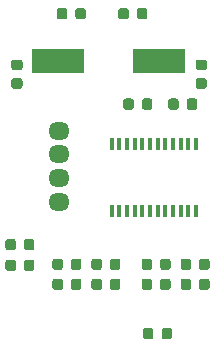
<source format=gtp>
G04 #@! TF.GenerationSoftware,KiCad,Pcbnew,(5.1.2)-1*
G04 #@! TF.CreationDate,2023-02-04T08:31:17+09:00*
G04 #@! TF.ProjectId,IR,49522e6b-6963-4616-945f-706362585858,v1.2*
G04 #@! TF.SameCoordinates,Original*
G04 #@! TF.FileFunction,Paste,Top*
G04 #@! TF.FilePolarity,Positive*
%FSLAX46Y46*%
G04 Gerber Fmt 4.6, Leading zero omitted, Abs format (unit mm)*
G04 Created by KiCad (PCBNEW (5.1.2)-1) date 2023-02-04 08:31:17*
%MOMM*%
%LPD*%
G04 APERTURE LIST*
%ADD10O,1.800000X1.524000*%
%ADD11C,0.050000*%
%ADD12C,0.875000*%
%ADD13R,4.500000X2.000000*%
%ADD14R,0.400000X1.100000*%
G04 APERTURE END LIST*
D10*
X185200000Y-114000000D03*
X185200000Y-112000000D03*
X185200000Y-110000000D03*
X185200000Y-108000000D03*
D11*
G36*
X192865691Y-105276053D02*
G01*
X192886926Y-105279203D01*
X192907750Y-105284419D01*
X192927962Y-105291651D01*
X192947368Y-105300830D01*
X192965781Y-105311866D01*
X192983024Y-105324654D01*
X192998930Y-105339070D01*
X193013346Y-105354976D01*
X193026134Y-105372219D01*
X193037170Y-105390632D01*
X193046349Y-105410038D01*
X193053581Y-105430250D01*
X193058797Y-105451074D01*
X193061947Y-105472309D01*
X193063000Y-105493750D01*
X193063000Y-106006250D01*
X193061947Y-106027691D01*
X193058797Y-106048926D01*
X193053581Y-106069750D01*
X193046349Y-106089962D01*
X193037170Y-106109368D01*
X193026134Y-106127781D01*
X193013346Y-106145024D01*
X192998930Y-106160930D01*
X192983024Y-106175346D01*
X192965781Y-106188134D01*
X192947368Y-106199170D01*
X192927962Y-106208349D01*
X192907750Y-106215581D01*
X192886926Y-106220797D01*
X192865691Y-106223947D01*
X192844250Y-106225000D01*
X192406750Y-106225000D01*
X192385309Y-106223947D01*
X192364074Y-106220797D01*
X192343250Y-106215581D01*
X192323038Y-106208349D01*
X192303632Y-106199170D01*
X192285219Y-106188134D01*
X192267976Y-106175346D01*
X192252070Y-106160930D01*
X192237654Y-106145024D01*
X192224866Y-106127781D01*
X192213830Y-106109368D01*
X192204651Y-106089962D01*
X192197419Y-106069750D01*
X192192203Y-106048926D01*
X192189053Y-106027691D01*
X192188000Y-106006250D01*
X192188000Y-105493750D01*
X192189053Y-105472309D01*
X192192203Y-105451074D01*
X192197419Y-105430250D01*
X192204651Y-105410038D01*
X192213830Y-105390632D01*
X192224866Y-105372219D01*
X192237654Y-105354976D01*
X192252070Y-105339070D01*
X192267976Y-105324654D01*
X192285219Y-105311866D01*
X192303632Y-105300830D01*
X192323038Y-105291651D01*
X192343250Y-105284419D01*
X192364074Y-105279203D01*
X192385309Y-105276053D01*
X192406750Y-105275000D01*
X192844250Y-105275000D01*
X192865691Y-105276053D01*
X192865691Y-105276053D01*
G37*
D12*
X192625500Y-105750000D03*
D11*
G36*
X191290691Y-105276053D02*
G01*
X191311926Y-105279203D01*
X191332750Y-105284419D01*
X191352962Y-105291651D01*
X191372368Y-105300830D01*
X191390781Y-105311866D01*
X191408024Y-105324654D01*
X191423930Y-105339070D01*
X191438346Y-105354976D01*
X191451134Y-105372219D01*
X191462170Y-105390632D01*
X191471349Y-105410038D01*
X191478581Y-105430250D01*
X191483797Y-105451074D01*
X191486947Y-105472309D01*
X191488000Y-105493750D01*
X191488000Y-106006250D01*
X191486947Y-106027691D01*
X191483797Y-106048926D01*
X191478581Y-106069750D01*
X191471349Y-106089962D01*
X191462170Y-106109368D01*
X191451134Y-106127781D01*
X191438346Y-106145024D01*
X191423930Y-106160930D01*
X191408024Y-106175346D01*
X191390781Y-106188134D01*
X191372368Y-106199170D01*
X191352962Y-106208349D01*
X191332750Y-106215581D01*
X191311926Y-106220797D01*
X191290691Y-106223947D01*
X191269250Y-106225000D01*
X190831750Y-106225000D01*
X190810309Y-106223947D01*
X190789074Y-106220797D01*
X190768250Y-106215581D01*
X190748038Y-106208349D01*
X190728632Y-106199170D01*
X190710219Y-106188134D01*
X190692976Y-106175346D01*
X190677070Y-106160930D01*
X190662654Y-106145024D01*
X190649866Y-106127781D01*
X190638830Y-106109368D01*
X190629651Y-106089962D01*
X190622419Y-106069750D01*
X190617203Y-106048926D01*
X190614053Y-106027691D01*
X190613000Y-106006250D01*
X190613000Y-105493750D01*
X190614053Y-105472309D01*
X190617203Y-105451074D01*
X190622419Y-105430250D01*
X190629651Y-105410038D01*
X190638830Y-105390632D01*
X190649866Y-105372219D01*
X190662654Y-105354976D01*
X190677070Y-105339070D01*
X190692976Y-105324654D01*
X190710219Y-105311866D01*
X190728632Y-105300830D01*
X190748038Y-105291651D01*
X190768250Y-105284419D01*
X190789074Y-105279203D01*
X190810309Y-105276053D01*
X190831750Y-105275000D01*
X191269250Y-105275000D01*
X191290691Y-105276053D01*
X191290691Y-105276053D01*
G37*
D12*
X191050500Y-105750000D03*
D11*
G36*
X197477691Y-101988053D02*
G01*
X197498926Y-101991203D01*
X197519750Y-101996419D01*
X197539962Y-102003651D01*
X197559368Y-102012830D01*
X197577781Y-102023866D01*
X197595024Y-102036654D01*
X197610930Y-102051070D01*
X197625346Y-102066976D01*
X197638134Y-102084219D01*
X197649170Y-102102632D01*
X197658349Y-102122038D01*
X197665581Y-102142250D01*
X197670797Y-102163074D01*
X197673947Y-102184309D01*
X197675000Y-102205750D01*
X197675000Y-102643250D01*
X197673947Y-102664691D01*
X197670797Y-102685926D01*
X197665581Y-102706750D01*
X197658349Y-102726962D01*
X197649170Y-102746368D01*
X197638134Y-102764781D01*
X197625346Y-102782024D01*
X197610930Y-102797930D01*
X197595024Y-102812346D01*
X197577781Y-102825134D01*
X197559368Y-102836170D01*
X197539962Y-102845349D01*
X197519750Y-102852581D01*
X197498926Y-102857797D01*
X197477691Y-102860947D01*
X197456250Y-102862000D01*
X196943750Y-102862000D01*
X196922309Y-102860947D01*
X196901074Y-102857797D01*
X196880250Y-102852581D01*
X196860038Y-102845349D01*
X196840632Y-102836170D01*
X196822219Y-102825134D01*
X196804976Y-102812346D01*
X196789070Y-102797930D01*
X196774654Y-102782024D01*
X196761866Y-102764781D01*
X196750830Y-102746368D01*
X196741651Y-102726962D01*
X196734419Y-102706750D01*
X196729203Y-102685926D01*
X196726053Y-102664691D01*
X196725000Y-102643250D01*
X196725000Y-102205750D01*
X196726053Y-102184309D01*
X196729203Y-102163074D01*
X196734419Y-102142250D01*
X196741651Y-102122038D01*
X196750830Y-102102632D01*
X196761866Y-102084219D01*
X196774654Y-102066976D01*
X196789070Y-102051070D01*
X196804976Y-102036654D01*
X196822219Y-102023866D01*
X196840632Y-102012830D01*
X196860038Y-102003651D01*
X196880250Y-101996419D01*
X196901074Y-101991203D01*
X196922309Y-101988053D01*
X196943750Y-101987000D01*
X197456250Y-101987000D01*
X197477691Y-101988053D01*
X197477691Y-101988053D01*
G37*
D12*
X197200000Y-102424500D03*
D11*
G36*
X197477691Y-103563053D02*
G01*
X197498926Y-103566203D01*
X197519750Y-103571419D01*
X197539962Y-103578651D01*
X197559368Y-103587830D01*
X197577781Y-103598866D01*
X197595024Y-103611654D01*
X197610930Y-103626070D01*
X197625346Y-103641976D01*
X197638134Y-103659219D01*
X197649170Y-103677632D01*
X197658349Y-103697038D01*
X197665581Y-103717250D01*
X197670797Y-103738074D01*
X197673947Y-103759309D01*
X197675000Y-103780750D01*
X197675000Y-104218250D01*
X197673947Y-104239691D01*
X197670797Y-104260926D01*
X197665581Y-104281750D01*
X197658349Y-104301962D01*
X197649170Y-104321368D01*
X197638134Y-104339781D01*
X197625346Y-104357024D01*
X197610930Y-104372930D01*
X197595024Y-104387346D01*
X197577781Y-104400134D01*
X197559368Y-104411170D01*
X197539962Y-104420349D01*
X197519750Y-104427581D01*
X197498926Y-104432797D01*
X197477691Y-104435947D01*
X197456250Y-104437000D01*
X196943750Y-104437000D01*
X196922309Y-104435947D01*
X196901074Y-104432797D01*
X196880250Y-104427581D01*
X196860038Y-104420349D01*
X196840632Y-104411170D01*
X196822219Y-104400134D01*
X196804976Y-104387346D01*
X196789070Y-104372930D01*
X196774654Y-104357024D01*
X196761866Y-104339781D01*
X196750830Y-104321368D01*
X196741651Y-104301962D01*
X196734419Y-104281750D01*
X196729203Y-104260926D01*
X196726053Y-104239691D01*
X196725000Y-104218250D01*
X196725000Y-103780750D01*
X196726053Y-103759309D01*
X196729203Y-103738074D01*
X196734419Y-103717250D01*
X196741651Y-103697038D01*
X196750830Y-103677632D01*
X196761866Y-103659219D01*
X196774654Y-103641976D01*
X196789070Y-103626070D01*
X196804976Y-103611654D01*
X196822219Y-103598866D01*
X196840632Y-103587830D01*
X196860038Y-103578651D01*
X196880250Y-103571419D01*
X196901074Y-103566203D01*
X196922309Y-103563053D01*
X196943750Y-103562000D01*
X197456250Y-103562000D01*
X197477691Y-103563053D01*
X197477691Y-103563053D01*
G37*
D12*
X197200000Y-103999500D03*
D11*
G36*
X181877691Y-103563053D02*
G01*
X181898926Y-103566203D01*
X181919750Y-103571419D01*
X181939962Y-103578651D01*
X181959368Y-103587830D01*
X181977781Y-103598866D01*
X181995024Y-103611654D01*
X182010930Y-103626070D01*
X182025346Y-103641976D01*
X182038134Y-103659219D01*
X182049170Y-103677632D01*
X182058349Y-103697038D01*
X182065581Y-103717250D01*
X182070797Y-103738074D01*
X182073947Y-103759309D01*
X182075000Y-103780750D01*
X182075000Y-104218250D01*
X182073947Y-104239691D01*
X182070797Y-104260926D01*
X182065581Y-104281750D01*
X182058349Y-104301962D01*
X182049170Y-104321368D01*
X182038134Y-104339781D01*
X182025346Y-104357024D01*
X182010930Y-104372930D01*
X181995024Y-104387346D01*
X181977781Y-104400134D01*
X181959368Y-104411170D01*
X181939962Y-104420349D01*
X181919750Y-104427581D01*
X181898926Y-104432797D01*
X181877691Y-104435947D01*
X181856250Y-104437000D01*
X181343750Y-104437000D01*
X181322309Y-104435947D01*
X181301074Y-104432797D01*
X181280250Y-104427581D01*
X181260038Y-104420349D01*
X181240632Y-104411170D01*
X181222219Y-104400134D01*
X181204976Y-104387346D01*
X181189070Y-104372930D01*
X181174654Y-104357024D01*
X181161866Y-104339781D01*
X181150830Y-104321368D01*
X181141651Y-104301962D01*
X181134419Y-104281750D01*
X181129203Y-104260926D01*
X181126053Y-104239691D01*
X181125000Y-104218250D01*
X181125000Y-103780750D01*
X181126053Y-103759309D01*
X181129203Y-103738074D01*
X181134419Y-103717250D01*
X181141651Y-103697038D01*
X181150830Y-103677632D01*
X181161866Y-103659219D01*
X181174654Y-103641976D01*
X181189070Y-103626070D01*
X181204976Y-103611654D01*
X181222219Y-103598866D01*
X181240632Y-103587830D01*
X181260038Y-103578651D01*
X181280250Y-103571419D01*
X181301074Y-103566203D01*
X181322309Y-103563053D01*
X181343750Y-103562000D01*
X181856250Y-103562000D01*
X181877691Y-103563053D01*
X181877691Y-103563053D01*
G37*
D12*
X181600000Y-103999500D03*
D11*
G36*
X181877691Y-101988053D02*
G01*
X181898926Y-101991203D01*
X181919750Y-101996419D01*
X181939962Y-102003651D01*
X181959368Y-102012830D01*
X181977781Y-102023866D01*
X181995024Y-102036654D01*
X182010930Y-102051070D01*
X182025346Y-102066976D01*
X182038134Y-102084219D01*
X182049170Y-102102632D01*
X182058349Y-102122038D01*
X182065581Y-102142250D01*
X182070797Y-102163074D01*
X182073947Y-102184309D01*
X182075000Y-102205750D01*
X182075000Y-102643250D01*
X182073947Y-102664691D01*
X182070797Y-102685926D01*
X182065581Y-102706750D01*
X182058349Y-102726962D01*
X182049170Y-102746368D01*
X182038134Y-102764781D01*
X182025346Y-102782024D01*
X182010930Y-102797930D01*
X181995024Y-102812346D01*
X181977781Y-102825134D01*
X181959368Y-102836170D01*
X181939962Y-102845349D01*
X181919750Y-102852581D01*
X181898926Y-102857797D01*
X181877691Y-102860947D01*
X181856250Y-102862000D01*
X181343750Y-102862000D01*
X181322309Y-102860947D01*
X181301074Y-102857797D01*
X181280250Y-102852581D01*
X181260038Y-102845349D01*
X181240632Y-102836170D01*
X181222219Y-102825134D01*
X181204976Y-102812346D01*
X181189070Y-102797930D01*
X181174654Y-102782024D01*
X181161866Y-102764781D01*
X181150830Y-102746368D01*
X181141651Y-102726962D01*
X181134419Y-102706750D01*
X181129203Y-102685926D01*
X181126053Y-102664691D01*
X181125000Y-102643250D01*
X181125000Y-102205750D01*
X181126053Y-102184309D01*
X181129203Y-102163074D01*
X181134419Y-102142250D01*
X181141651Y-102122038D01*
X181150830Y-102102632D01*
X181161866Y-102084219D01*
X181174654Y-102066976D01*
X181189070Y-102051070D01*
X181204976Y-102036654D01*
X181222219Y-102023866D01*
X181240632Y-102012830D01*
X181260038Y-102003651D01*
X181280250Y-101996419D01*
X181301074Y-101991203D01*
X181322309Y-101988053D01*
X181343750Y-101987000D01*
X181856250Y-101987000D01*
X181877691Y-101988053D01*
X181877691Y-101988053D01*
G37*
D12*
X181600000Y-102424500D03*
D11*
G36*
X187227691Y-97626053D02*
G01*
X187248926Y-97629203D01*
X187269750Y-97634419D01*
X187289962Y-97641651D01*
X187309368Y-97650830D01*
X187327781Y-97661866D01*
X187345024Y-97674654D01*
X187360930Y-97689070D01*
X187375346Y-97704976D01*
X187388134Y-97722219D01*
X187399170Y-97740632D01*
X187408349Y-97760038D01*
X187415581Y-97780250D01*
X187420797Y-97801074D01*
X187423947Y-97822309D01*
X187425000Y-97843750D01*
X187425000Y-98356250D01*
X187423947Y-98377691D01*
X187420797Y-98398926D01*
X187415581Y-98419750D01*
X187408349Y-98439962D01*
X187399170Y-98459368D01*
X187388134Y-98477781D01*
X187375346Y-98495024D01*
X187360930Y-98510930D01*
X187345024Y-98525346D01*
X187327781Y-98538134D01*
X187309368Y-98549170D01*
X187289962Y-98558349D01*
X187269750Y-98565581D01*
X187248926Y-98570797D01*
X187227691Y-98573947D01*
X187206250Y-98575000D01*
X186768750Y-98575000D01*
X186747309Y-98573947D01*
X186726074Y-98570797D01*
X186705250Y-98565581D01*
X186685038Y-98558349D01*
X186665632Y-98549170D01*
X186647219Y-98538134D01*
X186629976Y-98525346D01*
X186614070Y-98510930D01*
X186599654Y-98495024D01*
X186586866Y-98477781D01*
X186575830Y-98459368D01*
X186566651Y-98439962D01*
X186559419Y-98419750D01*
X186554203Y-98398926D01*
X186551053Y-98377691D01*
X186550000Y-98356250D01*
X186550000Y-97843750D01*
X186551053Y-97822309D01*
X186554203Y-97801074D01*
X186559419Y-97780250D01*
X186566651Y-97760038D01*
X186575830Y-97740632D01*
X186586866Y-97722219D01*
X186599654Y-97704976D01*
X186614070Y-97689070D01*
X186629976Y-97674654D01*
X186647219Y-97661866D01*
X186665632Y-97650830D01*
X186685038Y-97641651D01*
X186705250Y-97634419D01*
X186726074Y-97629203D01*
X186747309Y-97626053D01*
X186768750Y-97625000D01*
X187206250Y-97625000D01*
X187227691Y-97626053D01*
X187227691Y-97626053D01*
G37*
D12*
X186987500Y-98100000D03*
D11*
G36*
X185652691Y-97626053D02*
G01*
X185673926Y-97629203D01*
X185694750Y-97634419D01*
X185714962Y-97641651D01*
X185734368Y-97650830D01*
X185752781Y-97661866D01*
X185770024Y-97674654D01*
X185785930Y-97689070D01*
X185800346Y-97704976D01*
X185813134Y-97722219D01*
X185824170Y-97740632D01*
X185833349Y-97760038D01*
X185840581Y-97780250D01*
X185845797Y-97801074D01*
X185848947Y-97822309D01*
X185850000Y-97843750D01*
X185850000Y-98356250D01*
X185848947Y-98377691D01*
X185845797Y-98398926D01*
X185840581Y-98419750D01*
X185833349Y-98439962D01*
X185824170Y-98459368D01*
X185813134Y-98477781D01*
X185800346Y-98495024D01*
X185785930Y-98510930D01*
X185770024Y-98525346D01*
X185752781Y-98538134D01*
X185734368Y-98549170D01*
X185714962Y-98558349D01*
X185694750Y-98565581D01*
X185673926Y-98570797D01*
X185652691Y-98573947D01*
X185631250Y-98575000D01*
X185193750Y-98575000D01*
X185172309Y-98573947D01*
X185151074Y-98570797D01*
X185130250Y-98565581D01*
X185110038Y-98558349D01*
X185090632Y-98549170D01*
X185072219Y-98538134D01*
X185054976Y-98525346D01*
X185039070Y-98510930D01*
X185024654Y-98495024D01*
X185011866Y-98477781D01*
X185000830Y-98459368D01*
X184991651Y-98439962D01*
X184984419Y-98419750D01*
X184979203Y-98398926D01*
X184976053Y-98377691D01*
X184975000Y-98356250D01*
X184975000Y-97843750D01*
X184976053Y-97822309D01*
X184979203Y-97801074D01*
X184984419Y-97780250D01*
X184991651Y-97760038D01*
X185000830Y-97740632D01*
X185011866Y-97722219D01*
X185024654Y-97704976D01*
X185039070Y-97689070D01*
X185054976Y-97674654D01*
X185072219Y-97661866D01*
X185090632Y-97650830D01*
X185110038Y-97641651D01*
X185130250Y-97634419D01*
X185151074Y-97629203D01*
X185172309Y-97626053D01*
X185193750Y-97625000D01*
X185631250Y-97625000D01*
X185652691Y-97626053D01*
X185652691Y-97626053D01*
G37*
D12*
X185412500Y-98100000D03*
D11*
G36*
X188582691Y-120536053D02*
G01*
X188603926Y-120539203D01*
X188624750Y-120544419D01*
X188644962Y-120551651D01*
X188664368Y-120560830D01*
X188682781Y-120571866D01*
X188700024Y-120584654D01*
X188715930Y-120599070D01*
X188730346Y-120614976D01*
X188743134Y-120632219D01*
X188754170Y-120650632D01*
X188763349Y-120670038D01*
X188770581Y-120690250D01*
X188775797Y-120711074D01*
X188778947Y-120732309D01*
X188780000Y-120753750D01*
X188780000Y-121266250D01*
X188778947Y-121287691D01*
X188775797Y-121308926D01*
X188770581Y-121329750D01*
X188763349Y-121349962D01*
X188754170Y-121369368D01*
X188743134Y-121387781D01*
X188730346Y-121405024D01*
X188715930Y-121420930D01*
X188700024Y-121435346D01*
X188682781Y-121448134D01*
X188664368Y-121459170D01*
X188644962Y-121468349D01*
X188624750Y-121475581D01*
X188603926Y-121480797D01*
X188582691Y-121483947D01*
X188561250Y-121485000D01*
X188123750Y-121485000D01*
X188102309Y-121483947D01*
X188081074Y-121480797D01*
X188060250Y-121475581D01*
X188040038Y-121468349D01*
X188020632Y-121459170D01*
X188002219Y-121448134D01*
X187984976Y-121435346D01*
X187969070Y-121420930D01*
X187954654Y-121405024D01*
X187941866Y-121387781D01*
X187930830Y-121369368D01*
X187921651Y-121349962D01*
X187914419Y-121329750D01*
X187909203Y-121308926D01*
X187906053Y-121287691D01*
X187905000Y-121266250D01*
X187905000Y-120753750D01*
X187906053Y-120732309D01*
X187909203Y-120711074D01*
X187914419Y-120690250D01*
X187921651Y-120670038D01*
X187930830Y-120650632D01*
X187941866Y-120632219D01*
X187954654Y-120614976D01*
X187969070Y-120599070D01*
X187984976Y-120584654D01*
X188002219Y-120571866D01*
X188020632Y-120560830D01*
X188040038Y-120551651D01*
X188060250Y-120544419D01*
X188081074Y-120539203D01*
X188102309Y-120536053D01*
X188123750Y-120535000D01*
X188561250Y-120535000D01*
X188582691Y-120536053D01*
X188582691Y-120536053D01*
G37*
D12*
X188342500Y-121010000D03*
D11*
G36*
X190157691Y-120536053D02*
G01*
X190178926Y-120539203D01*
X190199750Y-120544419D01*
X190219962Y-120551651D01*
X190239368Y-120560830D01*
X190257781Y-120571866D01*
X190275024Y-120584654D01*
X190290930Y-120599070D01*
X190305346Y-120614976D01*
X190318134Y-120632219D01*
X190329170Y-120650632D01*
X190338349Y-120670038D01*
X190345581Y-120690250D01*
X190350797Y-120711074D01*
X190353947Y-120732309D01*
X190355000Y-120753750D01*
X190355000Y-121266250D01*
X190353947Y-121287691D01*
X190350797Y-121308926D01*
X190345581Y-121329750D01*
X190338349Y-121349962D01*
X190329170Y-121369368D01*
X190318134Y-121387781D01*
X190305346Y-121405024D01*
X190290930Y-121420930D01*
X190275024Y-121435346D01*
X190257781Y-121448134D01*
X190239368Y-121459170D01*
X190219962Y-121468349D01*
X190199750Y-121475581D01*
X190178926Y-121480797D01*
X190157691Y-121483947D01*
X190136250Y-121485000D01*
X189698750Y-121485000D01*
X189677309Y-121483947D01*
X189656074Y-121480797D01*
X189635250Y-121475581D01*
X189615038Y-121468349D01*
X189595632Y-121459170D01*
X189577219Y-121448134D01*
X189559976Y-121435346D01*
X189544070Y-121420930D01*
X189529654Y-121405024D01*
X189516866Y-121387781D01*
X189505830Y-121369368D01*
X189496651Y-121349962D01*
X189489419Y-121329750D01*
X189484203Y-121308926D01*
X189481053Y-121287691D01*
X189480000Y-121266250D01*
X189480000Y-120753750D01*
X189481053Y-120732309D01*
X189484203Y-120711074D01*
X189489419Y-120690250D01*
X189496651Y-120670038D01*
X189505830Y-120650632D01*
X189516866Y-120632219D01*
X189529654Y-120614976D01*
X189544070Y-120599070D01*
X189559976Y-120584654D01*
X189577219Y-120571866D01*
X189595632Y-120560830D01*
X189615038Y-120551651D01*
X189635250Y-120544419D01*
X189656074Y-120539203D01*
X189677309Y-120536053D01*
X189698750Y-120535000D01*
X190136250Y-120535000D01*
X190157691Y-120536053D01*
X190157691Y-120536053D01*
G37*
D12*
X189917500Y-121010000D03*
D11*
G36*
X186857691Y-120536053D02*
G01*
X186878926Y-120539203D01*
X186899750Y-120544419D01*
X186919962Y-120551651D01*
X186939368Y-120560830D01*
X186957781Y-120571866D01*
X186975024Y-120584654D01*
X186990930Y-120599070D01*
X187005346Y-120614976D01*
X187018134Y-120632219D01*
X187029170Y-120650632D01*
X187038349Y-120670038D01*
X187045581Y-120690250D01*
X187050797Y-120711074D01*
X187053947Y-120732309D01*
X187055000Y-120753750D01*
X187055000Y-121266250D01*
X187053947Y-121287691D01*
X187050797Y-121308926D01*
X187045581Y-121329750D01*
X187038349Y-121349962D01*
X187029170Y-121369368D01*
X187018134Y-121387781D01*
X187005346Y-121405024D01*
X186990930Y-121420930D01*
X186975024Y-121435346D01*
X186957781Y-121448134D01*
X186939368Y-121459170D01*
X186919962Y-121468349D01*
X186899750Y-121475581D01*
X186878926Y-121480797D01*
X186857691Y-121483947D01*
X186836250Y-121485000D01*
X186398750Y-121485000D01*
X186377309Y-121483947D01*
X186356074Y-121480797D01*
X186335250Y-121475581D01*
X186315038Y-121468349D01*
X186295632Y-121459170D01*
X186277219Y-121448134D01*
X186259976Y-121435346D01*
X186244070Y-121420930D01*
X186229654Y-121405024D01*
X186216866Y-121387781D01*
X186205830Y-121369368D01*
X186196651Y-121349962D01*
X186189419Y-121329750D01*
X186184203Y-121308926D01*
X186181053Y-121287691D01*
X186180000Y-121266250D01*
X186180000Y-120753750D01*
X186181053Y-120732309D01*
X186184203Y-120711074D01*
X186189419Y-120690250D01*
X186196651Y-120670038D01*
X186205830Y-120650632D01*
X186216866Y-120632219D01*
X186229654Y-120614976D01*
X186244070Y-120599070D01*
X186259976Y-120584654D01*
X186277219Y-120571866D01*
X186295632Y-120560830D01*
X186315038Y-120551651D01*
X186335250Y-120544419D01*
X186356074Y-120539203D01*
X186377309Y-120536053D01*
X186398750Y-120535000D01*
X186836250Y-120535000D01*
X186857691Y-120536053D01*
X186857691Y-120536053D01*
G37*
D12*
X186617500Y-121010000D03*
D11*
G36*
X185282691Y-120536053D02*
G01*
X185303926Y-120539203D01*
X185324750Y-120544419D01*
X185344962Y-120551651D01*
X185364368Y-120560830D01*
X185382781Y-120571866D01*
X185400024Y-120584654D01*
X185415930Y-120599070D01*
X185430346Y-120614976D01*
X185443134Y-120632219D01*
X185454170Y-120650632D01*
X185463349Y-120670038D01*
X185470581Y-120690250D01*
X185475797Y-120711074D01*
X185478947Y-120732309D01*
X185480000Y-120753750D01*
X185480000Y-121266250D01*
X185478947Y-121287691D01*
X185475797Y-121308926D01*
X185470581Y-121329750D01*
X185463349Y-121349962D01*
X185454170Y-121369368D01*
X185443134Y-121387781D01*
X185430346Y-121405024D01*
X185415930Y-121420930D01*
X185400024Y-121435346D01*
X185382781Y-121448134D01*
X185364368Y-121459170D01*
X185344962Y-121468349D01*
X185324750Y-121475581D01*
X185303926Y-121480797D01*
X185282691Y-121483947D01*
X185261250Y-121485000D01*
X184823750Y-121485000D01*
X184802309Y-121483947D01*
X184781074Y-121480797D01*
X184760250Y-121475581D01*
X184740038Y-121468349D01*
X184720632Y-121459170D01*
X184702219Y-121448134D01*
X184684976Y-121435346D01*
X184669070Y-121420930D01*
X184654654Y-121405024D01*
X184641866Y-121387781D01*
X184630830Y-121369368D01*
X184621651Y-121349962D01*
X184614419Y-121329750D01*
X184609203Y-121308926D01*
X184606053Y-121287691D01*
X184605000Y-121266250D01*
X184605000Y-120753750D01*
X184606053Y-120732309D01*
X184609203Y-120711074D01*
X184614419Y-120690250D01*
X184621651Y-120670038D01*
X184630830Y-120650632D01*
X184641866Y-120632219D01*
X184654654Y-120614976D01*
X184669070Y-120599070D01*
X184684976Y-120584654D01*
X184702219Y-120571866D01*
X184720632Y-120560830D01*
X184740038Y-120551651D01*
X184760250Y-120544419D01*
X184781074Y-120539203D01*
X184802309Y-120536053D01*
X184823750Y-120535000D01*
X185261250Y-120535000D01*
X185282691Y-120536053D01*
X185282691Y-120536053D01*
G37*
D12*
X185042500Y-121010000D03*
D11*
G36*
X197707691Y-118836053D02*
G01*
X197728926Y-118839203D01*
X197749750Y-118844419D01*
X197769962Y-118851651D01*
X197789368Y-118860830D01*
X197807781Y-118871866D01*
X197825024Y-118884654D01*
X197840930Y-118899070D01*
X197855346Y-118914976D01*
X197868134Y-118932219D01*
X197879170Y-118950632D01*
X197888349Y-118970038D01*
X197895581Y-118990250D01*
X197900797Y-119011074D01*
X197903947Y-119032309D01*
X197905000Y-119053750D01*
X197905000Y-119566250D01*
X197903947Y-119587691D01*
X197900797Y-119608926D01*
X197895581Y-119629750D01*
X197888349Y-119649962D01*
X197879170Y-119669368D01*
X197868134Y-119687781D01*
X197855346Y-119705024D01*
X197840930Y-119720930D01*
X197825024Y-119735346D01*
X197807781Y-119748134D01*
X197789368Y-119759170D01*
X197769962Y-119768349D01*
X197749750Y-119775581D01*
X197728926Y-119780797D01*
X197707691Y-119783947D01*
X197686250Y-119785000D01*
X197248750Y-119785000D01*
X197227309Y-119783947D01*
X197206074Y-119780797D01*
X197185250Y-119775581D01*
X197165038Y-119768349D01*
X197145632Y-119759170D01*
X197127219Y-119748134D01*
X197109976Y-119735346D01*
X197094070Y-119720930D01*
X197079654Y-119705024D01*
X197066866Y-119687781D01*
X197055830Y-119669368D01*
X197046651Y-119649962D01*
X197039419Y-119629750D01*
X197034203Y-119608926D01*
X197031053Y-119587691D01*
X197030000Y-119566250D01*
X197030000Y-119053750D01*
X197031053Y-119032309D01*
X197034203Y-119011074D01*
X197039419Y-118990250D01*
X197046651Y-118970038D01*
X197055830Y-118950632D01*
X197066866Y-118932219D01*
X197079654Y-118914976D01*
X197094070Y-118899070D01*
X197109976Y-118884654D01*
X197127219Y-118871866D01*
X197145632Y-118860830D01*
X197165038Y-118851651D01*
X197185250Y-118844419D01*
X197206074Y-118839203D01*
X197227309Y-118836053D01*
X197248750Y-118835000D01*
X197686250Y-118835000D01*
X197707691Y-118836053D01*
X197707691Y-118836053D01*
G37*
D12*
X197467500Y-119310000D03*
D11*
G36*
X196132691Y-118836053D02*
G01*
X196153926Y-118839203D01*
X196174750Y-118844419D01*
X196194962Y-118851651D01*
X196214368Y-118860830D01*
X196232781Y-118871866D01*
X196250024Y-118884654D01*
X196265930Y-118899070D01*
X196280346Y-118914976D01*
X196293134Y-118932219D01*
X196304170Y-118950632D01*
X196313349Y-118970038D01*
X196320581Y-118990250D01*
X196325797Y-119011074D01*
X196328947Y-119032309D01*
X196330000Y-119053750D01*
X196330000Y-119566250D01*
X196328947Y-119587691D01*
X196325797Y-119608926D01*
X196320581Y-119629750D01*
X196313349Y-119649962D01*
X196304170Y-119669368D01*
X196293134Y-119687781D01*
X196280346Y-119705024D01*
X196265930Y-119720930D01*
X196250024Y-119735346D01*
X196232781Y-119748134D01*
X196214368Y-119759170D01*
X196194962Y-119768349D01*
X196174750Y-119775581D01*
X196153926Y-119780797D01*
X196132691Y-119783947D01*
X196111250Y-119785000D01*
X195673750Y-119785000D01*
X195652309Y-119783947D01*
X195631074Y-119780797D01*
X195610250Y-119775581D01*
X195590038Y-119768349D01*
X195570632Y-119759170D01*
X195552219Y-119748134D01*
X195534976Y-119735346D01*
X195519070Y-119720930D01*
X195504654Y-119705024D01*
X195491866Y-119687781D01*
X195480830Y-119669368D01*
X195471651Y-119649962D01*
X195464419Y-119629750D01*
X195459203Y-119608926D01*
X195456053Y-119587691D01*
X195455000Y-119566250D01*
X195455000Y-119053750D01*
X195456053Y-119032309D01*
X195459203Y-119011074D01*
X195464419Y-118990250D01*
X195471651Y-118970038D01*
X195480830Y-118950632D01*
X195491866Y-118932219D01*
X195504654Y-118914976D01*
X195519070Y-118899070D01*
X195534976Y-118884654D01*
X195552219Y-118871866D01*
X195570632Y-118860830D01*
X195590038Y-118851651D01*
X195610250Y-118844419D01*
X195631074Y-118839203D01*
X195652309Y-118836053D01*
X195673750Y-118835000D01*
X196111250Y-118835000D01*
X196132691Y-118836053D01*
X196132691Y-118836053D01*
G37*
D12*
X195892500Y-119310000D03*
D11*
G36*
X192832691Y-118836053D02*
G01*
X192853926Y-118839203D01*
X192874750Y-118844419D01*
X192894962Y-118851651D01*
X192914368Y-118860830D01*
X192932781Y-118871866D01*
X192950024Y-118884654D01*
X192965930Y-118899070D01*
X192980346Y-118914976D01*
X192993134Y-118932219D01*
X193004170Y-118950632D01*
X193013349Y-118970038D01*
X193020581Y-118990250D01*
X193025797Y-119011074D01*
X193028947Y-119032309D01*
X193030000Y-119053750D01*
X193030000Y-119566250D01*
X193028947Y-119587691D01*
X193025797Y-119608926D01*
X193020581Y-119629750D01*
X193013349Y-119649962D01*
X193004170Y-119669368D01*
X192993134Y-119687781D01*
X192980346Y-119705024D01*
X192965930Y-119720930D01*
X192950024Y-119735346D01*
X192932781Y-119748134D01*
X192914368Y-119759170D01*
X192894962Y-119768349D01*
X192874750Y-119775581D01*
X192853926Y-119780797D01*
X192832691Y-119783947D01*
X192811250Y-119785000D01*
X192373750Y-119785000D01*
X192352309Y-119783947D01*
X192331074Y-119780797D01*
X192310250Y-119775581D01*
X192290038Y-119768349D01*
X192270632Y-119759170D01*
X192252219Y-119748134D01*
X192234976Y-119735346D01*
X192219070Y-119720930D01*
X192204654Y-119705024D01*
X192191866Y-119687781D01*
X192180830Y-119669368D01*
X192171651Y-119649962D01*
X192164419Y-119629750D01*
X192159203Y-119608926D01*
X192156053Y-119587691D01*
X192155000Y-119566250D01*
X192155000Y-119053750D01*
X192156053Y-119032309D01*
X192159203Y-119011074D01*
X192164419Y-118990250D01*
X192171651Y-118970038D01*
X192180830Y-118950632D01*
X192191866Y-118932219D01*
X192204654Y-118914976D01*
X192219070Y-118899070D01*
X192234976Y-118884654D01*
X192252219Y-118871866D01*
X192270632Y-118860830D01*
X192290038Y-118851651D01*
X192310250Y-118844419D01*
X192331074Y-118839203D01*
X192352309Y-118836053D01*
X192373750Y-118835000D01*
X192811250Y-118835000D01*
X192832691Y-118836053D01*
X192832691Y-118836053D01*
G37*
D12*
X192592500Y-119310000D03*
D11*
G36*
X194407691Y-118836053D02*
G01*
X194428926Y-118839203D01*
X194449750Y-118844419D01*
X194469962Y-118851651D01*
X194489368Y-118860830D01*
X194507781Y-118871866D01*
X194525024Y-118884654D01*
X194540930Y-118899070D01*
X194555346Y-118914976D01*
X194568134Y-118932219D01*
X194579170Y-118950632D01*
X194588349Y-118970038D01*
X194595581Y-118990250D01*
X194600797Y-119011074D01*
X194603947Y-119032309D01*
X194605000Y-119053750D01*
X194605000Y-119566250D01*
X194603947Y-119587691D01*
X194600797Y-119608926D01*
X194595581Y-119629750D01*
X194588349Y-119649962D01*
X194579170Y-119669368D01*
X194568134Y-119687781D01*
X194555346Y-119705024D01*
X194540930Y-119720930D01*
X194525024Y-119735346D01*
X194507781Y-119748134D01*
X194489368Y-119759170D01*
X194469962Y-119768349D01*
X194449750Y-119775581D01*
X194428926Y-119780797D01*
X194407691Y-119783947D01*
X194386250Y-119785000D01*
X193948750Y-119785000D01*
X193927309Y-119783947D01*
X193906074Y-119780797D01*
X193885250Y-119775581D01*
X193865038Y-119768349D01*
X193845632Y-119759170D01*
X193827219Y-119748134D01*
X193809976Y-119735346D01*
X193794070Y-119720930D01*
X193779654Y-119705024D01*
X193766866Y-119687781D01*
X193755830Y-119669368D01*
X193746651Y-119649962D01*
X193739419Y-119629750D01*
X193734203Y-119608926D01*
X193731053Y-119587691D01*
X193730000Y-119566250D01*
X193730000Y-119053750D01*
X193731053Y-119032309D01*
X193734203Y-119011074D01*
X193739419Y-118990250D01*
X193746651Y-118970038D01*
X193755830Y-118950632D01*
X193766866Y-118932219D01*
X193779654Y-118914976D01*
X193794070Y-118899070D01*
X193809976Y-118884654D01*
X193827219Y-118871866D01*
X193845632Y-118860830D01*
X193865038Y-118851651D01*
X193885250Y-118844419D01*
X193906074Y-118839203D01*
X193927309Y-118836053D01*
X193948750Y-118835000D01*
X194386250Y-118835000D01*
X194407691Y-118836053D01*
X194407691Y-118836053D01*
G37*
D12*
X194167500Y-119310000D03*
D11*
G36*
X182877691Y-117176053D02*
G01*
X182898926Y-117179203D01*
X182919750Y-117184419D01*
X182939962Y-117191651D01*
X182959368Y-117200830D01*
X182977781Y-117211866D01*
X182995024Y-117224654D01*
X183010930Y-117239070D01*
X183025346Y-117254976D01*
X183038134Y-117272219D01*
X183049170Y-117290632D01*
X183058349Y-117310038D01*
X183065581Y-117330250D01*
X183070797Y-117351074D01*
X183073947Y-117372309D01*
X183075000Y-117393750D01*
X183075000Y-117906250D01*
X183073947Y-117927691D01*
X183070797Y-117948926D01*
X183065581Y-117969750D01*
X183058349Y-117989962D01*
X183049170Y-118009368D01*
X183038134Y-118027781D01*
X183025346Y-118045024D01*
X183010930Y-118060930D01*
X182995024Y-118075346D01*
X182977781Y-118088134D01*
X182959368Y-118099170D01*
X182939962Y-118108349D01*
X182919750Y-118115581D01*
X182898926Y-118120797D01*
X182877691Y-118123947D01*
X182856250Y-118125000D01*
X182418750Y-118125000D01*
X182397309Y-118123947D01*
X182376074Y-118120797D01*
X182355250Y-118115581D01*
X182335038Y-118108349D01*
X182315632Y-118099170D01*
X182297219Y-118088134D01*
X182279976Y-118075346D01*
X182264070Y-118060930D01*
X182249654Y-118045024D01*
X182236866Y-118027781D01*
X182225830Y-118009368D01*
X182216651Y-117989962D01*
X182209419Y-117969750D01*
X182204203Y-117948926D01*
X182201053Y-117927691D01*
X182200000Y-117906250D01*
X182200000Y-117393750D01*
X182201053Y-117372309D01*
X182204203Y-117351074D01*
X182209419Y-117330250D01*
X182216651Y-117310038D01*
X182225830Y-117290632D01*
X182236866Y-117272219D01*
X182249654Y-117254976D01*
X182264070Y-117239070D01*
X182279976Y-117224654D01*
X182297219Y-117211866D01*
X182315632Y-117200830D01*
X182335038Y-117191651D01*
X182355250Y-117184419D01*
X182376074Y-117179203D01*
X182397309Y-117176053D01*
X182418750Y-117175000D01*
X182856250Y-117175000D01*
X182877691Y-117176053D01*
X182877691Y-117176053D01*
G37*
D12*
X182637500Y-117650000D03*
D11*
G36*
X181302691Y-117176053D02*
G01*
X181323926Y-117179203D01*
X181344750Y-117184419D01*
X181364962Y-117191651D01*
X181384368Y-117200830D01*
X181402781Y-117211866D01*
X181420024Y-117224654D01*
X181435930Y-117239070D01*
X181450346Y-117254976D01*
X181463134Y-117272219D01*
X181474170Y-117290632D01*
X181483349Y-117310038D01*
X181490581Y-117330250D01*
X181495797Y-117351074D01*
X181498947Y-117372309D01*
X181500000Y-117393750D01*
X181500000Y-117906250D01*
X181498947Y-117927691D01*
X181495797Y-117948926D01*
X181490581Y-117969750D01*
X181483349Y-117989962D01*
X181474170Y-118009368D01*
X181463134Y-118027781D01*
X181450346Y-118045024D01*
X181435930Y-118060930D01*
X181420024Y-118075346D01*
X181402781Y-118088134D01*
X181384368Y-118099170D01*
X181364962Y-118108349D01*
X181344750Y-118115581D01*
X181323926Y-118120797D01*
X181302691Y-118123947D01*
X181281250Y-118125000D01*
X180843750Y-118125000D01*
X180822309Y-118123947D01*
X180801074Y-118120797D01*
X180780250Y-118115581D01*
X180760038Y-118108349D01*
X180740632Y-118099170D01*
X180722219Y-118088134D01*
X180704976Y-118075346D01*
X180689070Y-118060930D01*
X180674654Y-118045024D01*
X180661866Y-118027781D01*
X180650830Y-118009368D01*
X180641651Y-117989962D01*
X180634419Y-117969750D01*
X180629203Y-117948926D01*
X180626053Y-117927691D01*
X180625000Y-117906250D01*
X180625000Y-117393750D01*
X180626053Y-117372309D01*
X180629203Y-117351074D01*
X180634419Y-117330250D01*
X180641651Y-117310038D01*
X180650830Y-117290632D01*
X180661866Y-117272219D01*
X180674654Y-117254976D01*
X180689070Y-117239070D01*
X180704976Y-117224654D01*
X180722219Y-117211866D01*
X180740632Y-117200830D01*
X180760038Y-117191651D01*
X180780250Y-117184419D01*
X180801074Y-117179203D01*
X180822309Y-117176053D01*
X180843750Y-117175000D01*
X181281250Y-117175000D01*
X181302691Y-117176053D01*
X181302691Y-117176053D01*
G37*
D12*
X181062500Y-117650000D03*
D11*
G36*
X188582691Y-118836053D02*
G01*
X188603926Y-118839203D01*
X188624750Y-118844419D01*
X188644962Y-118851651D01*
X188664368Y-118860830D01*
X188682781Y-118871866D01*
X188700024Y-118884654D01*
X188715930Y-118899070D01*
X188730346Y-118914976D01*
X188743134Y-118932219D01*
X188754170Y-118950632D01*
X188763349Y-118970038D01*
X188770581Y-118990250D01*
X188775797Y-119011074D01*
X188778947Y-119032309D01*
X188780000Y-119053750D01*
X188780000Y-119566250D01*
X188778947Y-119587691D01*
X188775797Y-119608926D01*
X188770581Y-119629750D01*
X188763349Y-119649962D01*
X188754170Y-119669368D01*
X188743134Y-119687781D01*
X188730346Y-119705024D01*
X188715930Y-119720930D01*
X188700024Y-119735346D01*
X188682781Y-119748134D01*
X188664368Y-119759170D01*
X188644962Y-119768349D01*
X188624750Y-119775581D01*
X188603926Y-119780797D01*
X188582691Y-119783947D01*
X188561250Y-119785000D01*
X188123750Y-119785000D01*
X188102309Y-119783947D01*
X188081074Y-119780797D01*
X188060250Y-119775581D01*
X188040038Y-119768349D01*
X188020632Y-119759170D01*
X188002219Y-119748134D01*
X187984976Y-119735346D01*
X187969070Y-119720930D01*
X187954654Y-119705024D01*
X187941866Y-119687781D01*
X187930830Y-119669368D01*
X187921651Y-119649962D01*
X187914419Y-119629750D01*
X187909203Y-119608926D01*
X187906053Y-119587691D01*
X187905000Y-119566250D01*
X187905000Y-119053750D01*
X187906053Y-119032309D01*
X187909203Y-119011074D01*
X187914419Y-118990250D01*
X187921651Y-118970038D01*
X187930830Y-118950632D01*
X187941866Y-118932219D01*
X187954654Y-118914976D01*
X187969070Y-118899070D01*
X187984976Y-118884654D01*
X188002219Y-118871866D01*
X188020632Y-118860830D01*
X188040038Y-118851651D01*
X188060250Y-118844419D01*
X188081074Y-118839203D01*
X188102309Y-118836053D01*
X188123750Y-118835000D01*
X188561250Y-118835000D01*
X188582691Y-118836053D01*
X188582691Y-118836053D01*
G37*
D12*
X188342500Y-119310000D03*
D11*
G36*
X190157691Y-118836053D02*
G01*
X190178926Y-118839203D01*
X190199750Y-118844419D01*
X190219962Y-118851651D01*
X190239368Y-118860830D01*
X190257781Y-118871866D01*
X190275024Y-118884654D01*
X190290930Y-118899070D01*
X190305346Y-118914976D01*
X190318134Y-118932219D01*
X190329170Y-118950632D01*
X190338349Y-118970038D01*
X190345581Y-118990250D01*
X190350797Y-119011074D01*
X190353947Y-119032309D01*
X190355000Y-119053750D01*
X190355000Y-119566250D01*
X190353947Y-119587691D01*
X190350797Y-119608926D01*
X190345581Y-119629750D01*
X190338349Y-119649962D01*
X190329170Y-119669368D01*
X190318134Y-119687781D01*
X190305346Y-119705024D01*
X190290930Y-119720930D01*
X190275024Y-119735346D01*
X190257781Y-119748134D01*
X190239368Y-119759170D01*
X190219962Y-119768349D01*
X190199750Y-119775581D01*
X190178926Y-119780797D01*
X190157691Y-119783947D01*
X190136250Y-119785000D01*
X189698750Y-119785000D01*
X189677309Y-119783947D01*
X189656074Y-119780797D01*
X189635250Y-119775581D01*
X189615038Y-119768349D01*
X189595632Y-119759170D01*
X189577219Y-119748134D01*
X189559976Y-119735346D01*
X189544070Y-119720930D01*
X189529654Y-119705024D01*
X189516866Y-119687781D01*
X189505830Y-119669368D01*
X189496651Y-119649962D01*
X189489419Y-119629750D01*
X189484203Y-119608926D01*
X189481053Y-119587691D01*
X189480000Y-119566250D01*
X189480000Y-119053750D01*
X189481053Y-119032309D01*
X189484203Y-119011074D01*
X189489419Y-118990250D01*
X189496651Y-118970038D01*
X189505830Y-118950632D01*
X189516866Y-118932219D01*
X189529654Y-118914976D01*
X189544070Y-118899070D01*
X189559976Y-118884654D01*
X189577219Y-118871866D01*
X189595632Y-118860830D01*
X189615038Y-118851651D01*
X189635250Y-118844419D01*
X189656074Y-118839203D01*
X189677309Y-118836053D01*
X189698750Y-118835000D01*
X190136250Y-118835000D01*
X190157691Y-118836053D01*
X190157691Y-118836053D01*
G37*
D12*
X189917500Y-119310000D03*
D11*
G36*
X186857691Y-118836053D02*
G01*
X186878926Y-118839203D01*
X186899750Y-118844419D01*
X186919962Y-118851651D01*
X186939368Y-118860830D01*
X186957781Y-118871866D01*
X186975024Y-118884654D01*
X186990930Y-118899070D01*
X187005346Y-118914976D01*
X187018134Y-118932219D01*
X187029170Y-118950632D01*
X187038349Y-118970038D01*
X187045581Y-118990250D01*
X187050797Y-119011074D01*
X187053947Y-119032309D01*
X187055000Y-119053750D01*
X187055000Y-119566250D01*
X187053947Y-119587691D01*
X187050797Y-119608926D01*
X187045581Y-119629750D01*
X187038349Y-119649962D01*
X187029170Y-119669368D01*
X187018134Y-119687781D01*
X187005346Y-119705024D01*
X186990930Y-119720930D01*
X186975024Y-119735346D01*
X186957781Y-119748134D01*
X186939368Y-119759170D01*
X186919962Y-119768349D01*
X186899750Y-119775581D01*
X186878926Y-119780797D01*
X186857691Y-119783947D01*
X186836250Y-119785000D01*
X186398750Y-119785000D01*
X186377309Y-119783947D01*
X186356074Y-119780797D01*
X186335250Y-119775581D01*
X186315038Y-119768349D01*
X186295632Y-119759170D01*
X186277219Y-119748134D01*
X186259976Y-119735346D01*
X186244070Y-119720930D01*
X186229654Y-119705024D01*
X186216866Y-119687781D01*
X186205830Y-119669368D01*
X186196651Y-119649962D01*
X186189419Y-119629750D01*
X186184203Y-119608926D01*
X186181053Y-119587691D01*
X186180000Y-119566250D01*
X186180000Y-119053750D01*
X186181053Y-119032309D01*
X186184203Y-119011074D01*
X186189419Y-118990250D01*
X186196651Y-118970038D01*
X186205830Y-118950632D01*
X186216866Y-118932219D01*
X186229654Y-118914976D01*
X186244070Y-118899070D01*
X186259976Y-118884654D01*
X186277219Y-118871866D01*
X186295632Y-118860830D01*
X186315038Y-118851651D01*
X186335250Y-118844419D01*
X186356074Y-118839203D01*
X186377309Y-118836053D01*
X186398750Y-118835000D01*
X186836250Y-118835000D01*
X186857691Y-118836053D01*
X186857691Y-118836053D01*
G37*
D12*
X186617500Y-119310000D03*
D11*
G36*
X185282691Y-118836053D02*
G01*
X185303926Y-118839203D01*
X185324750Y-118844419D01*
X185344962Y-118851651D01*
X185364368Y-118860830D01*
X185382781Y-118871866D01*
X185400024Y-118884654D01*
X185415930Y-118899070D01*
X185430346Y-118914976D01*
X185443134Y-118932219D01*
X185454170Y-118950632D01*
X185463349Y-118970038D01*
X185470581Y-118990250D01*
X185475797Y-119011074D01*
X185478947Y-119032309D01*
X185480000Y-119053750D01*
X185480000Y-119566250D01*
X185478947Y-119587691D01*
X185475797Y-119608926D01*
X185470581Y-119629750D01*
X185463349Y-119649962D01*
X185454170Y-119669368D01*
X185443134Y-119687781D01*
X185430346Y-119705024D01*
X185415930Y-119720930D01*
X185400024Y-119735346D01*
X185382781Y-119748134D01*
X185364368Y-119759170D01*
X185344962Y-119768349D01*
X185324750Y-119775581D01*
X185303926Y-119780797D01*
X185282691Y-119783947D01*
X185261250Y-119785000D01*
X184823750Y-119785000D01*
X184802309Y-119783947D01*
X184781074Y-119780797D01*
X184760250Y-119775581D01*
X184740038Y-119768349D01*
X184720632Y-119759170D01*
X184702219Y-119748134D01*
X184684976Y-119735346D01*
X184669070Y-119720930D01*
X184654654Y-119705024D01*
X184641866Y-119687781D01*
X184630830Y-119669368D01*
X184621651Y-119649962D01*
X184614419Y-119629750D01*
X184609203Y-119608926D01*
X184606053Y-119587691D01*
X184605000Y-119566250D01*
X184605000Y-119053750D01*
X184606053Y-119032309D01*
X184609203Y-119011074D01*
X184614419Y-118990250D01*
X184621651Y-118970038D01*
X184630830Y-118950632D01*
X184641866Y-118932219D01*
X184654654Y-118914976D01*
X184669070Y-118899070D01*
X184684976Y-118884654D01*
X184702219Y-118871866D01*
X184720632Y-118860830D01*
X184740038Y-118851651D01*
X184760250Y-118844419D01*
X184781074Y-118839203D01*
X184802309Y-118836053D01*
X184823750Y-118835000D01*
X185261250Y-118835000D01*
X185282691Y-118836053D01*
X185282691Y-118836053D01*
G37*
D12*
X185042500Y-119310000D03*
D11*
G36*
X181302691Y-118926053D02*
G01*
X181323926Y-118929203D01*
X181344750Y-118934419D01*
X181364962Y-118941651D01*
X181384368Y-118950830D01*
X181402781Y-118961866D01*
X181420024Y-118974654D01*
X181435930Y-118989070D01*
X181450346Y-119004976D01*
X181463134Y-119022219D01*
X181474170Y-119040632D01*
X181483349Y-119060038D01*
X181490581Y-119080250D01*
X181495797Y-119101074D01*
X181498947Y-119122309D01*
X181500000Y-119143750D01*
X181500000Y-119656250D01*
X181498947Y-119677691D01*
X181495797Y-119698926D01*
X181490581Y-119719750D01*
X181483349Y-119739962D01*
X181474170Y-119759368D01*
X181463134Y-119777781D01*
X181450346Y-119795024D01*
X181435930Y-119810930D01*
X181420024Y-119825346D01*
X181402781Y-119838134D01*
X181384368Y-119849170D01*
X181364962Y-119858349D01*
X181344750Y-119865581D01*
X181323926Y-119870797D01*
X181302691Y-119873947D01*
X181281250Y-119875000D01*
X180843750Y-119875000D01*
X180822309Y-119873947D01*
X180801074Y-119870797D01*
X180780250Y-119865581D01*
X180760038Y-119858349D01*
X180740632Y-119849170D01*
X180722219Y-119838134D01*
X180704976Y-119825346D01*
X180689070Y-119810930D01*
X180674654Y-119795024D01*
X180661866Y-119777781D01*
X180650830Y-119759368D01*
X180641651Y-119739962D01*
X180634419Y-119719750D01*
X180629203Y-119698926D01*
X180626053Y-119677691D01*
X180625000Y-119656250D01*
X180625000Y-119143750D01*
X180626053Y-119122309D01*
X180629203Y-119101074D01*
X180634419Y-119080250D01*
X180641651Y-119060038D01*
X180650830Y-119040632D01*
X180661866Y-119022219D01*
X180674654Y-119004976D01*
X180689070Y-118989070D01*
X180704976Y-118974654D01*
X180722219Y-118961866D01*
X180740632Y-118950830D01*
X180760038Y-118941651D01*
X180780250Y-118934419D01*
X180801074Y-118929203D01*
X180822309Y-118926053D01*
X180843750Y-118925000D01*
X181281250Y-118925000D01*
X181302691Y-118926053D01*
X181302691Y-118926053D01*
G37*
D12*
X181062500Y-119400000D03*
D11*
G36*
X182877691Y-118926053D02*
G01*
X182898926Y-118929203D01*
X182919750Y-118934419D01*
X182939962Y-118941651D01*
X182959368Y-118950830D01*
X182977781Y-118961866D01*
X182995024Y-118974654D01*
X183010930Y-118989070D01*
X183025346Y-119004976D01*
X183038134Y-119022219D01*
X183049170Y-119040632D01*
X183058349Y-119060038D01*
X183065581Y-119080250D01*
X183070797Y-119101074D01*
X183073947Y-119122309D01*
X183075000Y-119143750D01*
X183075000Y-119656250D01*
X183073947Y-119677691D01*
X183070797Y-119698926D01*
X183065581Y-119719750D01*
X183058349Y-119739962D01*
X183049170Y-119759368D01*
X183038134Y-119777781D01*
X183025346Y-119795024D01*
X183010930Y-119810930D01*
X182995024Y-119825346D01*
X182977781Y-119838134D01*
X182959368Y-119849170D01*
X182939962Y-119858349D01*
X182919750Y-119865581D01*
X182898926Y-119870797D01*
X182877691Y-119873947D01*
X182856250Y-119875000D01*
X182418750Y-119875000D01*
X182397309Y-119873947D01*
X182376074Y-119870797D01*
X182355250Y-119865581D01*
X182335038Y-119858349D01*
X182315632Y-119849170D01*
X182297219Y-119838134D01*
X182279976Y-119825346D01*
X182264070Y-119810930D01*
X182249654Y-119795024D01*
X182236866Y-119777781D01*
X182225830Y-119759368D01*
X182216651Y-119739962D01*
X182209419Y-119719750D01*
X182204203Y-119698926D01*
X182201053Y-119677691D01*
X182200000Y-119656250D01*
X182200000Y-119143750D01*
X182201053Y-119122309D01*
X182204203Y-119101074D01*
X182209419Y-119080250D01*
X182216651Y-119060038D01*
X182225830Y-119040632D01*
X182236866Y-119022219D01*
X182249654Y-119004976D01*
X182264070Y-118989070D01*
X182279976Y-118974654D01*
X182297219Y-118961866D01*
X182315632Y-118950830D01*
X182335038Y-118941651D01*
X182355250Y-118934419D01*
X182376074Y-118929203D01*
X182397309Y-118926053D01*
X182418750Y-118925000D01*
X182856250Y-118925000D01*
X182877691Y-118926053D01*
X182877691Y-118926053D01*
G37*
D12*
X182637500Y-119400000D03*
D11*
G36*
X197707691Y-120536053D02*
G01*
X197728926Y-120539203D01*
X197749750Y-120544419D01*
X197769962Y-120551651D01*
X197789368Y-120560830D01*
X197807781Y-120571866D01*
X197825024Y-120584654D01*
X197840930Y-120599070D01*
X197855346Y-120614976D01*
X197868134Y-120632219D01*
X197879170Y-120650632D01*
X197888349Y-120670038D01*
X197895581Y-120690250D01*
X197900797Y-120711074D01*
X197903947Y-120732309D01*
X197905000Y-120753750D01*
X197905000Y-121266250D01*
X197903947Y-121287691D01*
X197900797Y-121308926D01*
X197895581Y-121329750D01*
X197888349Y-121349962D01*
X197879170Y-121369368D01*
X197868134Y-121387781D01*
X197855346Y-121405024D01*
X197840930Y-121420930D01*
X197825024Y-121435346D01*
X197807781Y-121448134D01*
X197789368Y-121459170D01*
X197769962Y-121468349D01*
X197749750Y-121475581D01*
X197728926Y-121480797D01*
X197707691Y-121483947D01*
X197686250Y-121485000D01*
X197248750Y-121485000D01*
X197227309Y-121483947D01*
X197206074Y-121480797D01*
X197185250Y-121475581D01*
X197165038Y-121468349D01*
X197145632Y-121459170D01*
X197127219Y-121448134D01*
X197109976Y-121435346D01*
X197094070Y-121420930D01*
X197079654Y-121405024D01*
X197066866Y-121387781D01*
X197055830Y-121369368D01*
X197046651Y-121349962D01*
X197039419Y-121329750D01*
X197034203Y-121308926D01*
X197031053Y-121287691D01*
X197030000Y-121266250D01*
X197030000Y-120753750D01*
X197031053Y-120732309D01*
X197034203Y-120711074D01*
X197039419Y-120690250D01*
X197046651Y-120670038D01*
X197055830Y-120650632D01*
X197066866Y-120632219D01*
X197079654Y-120614976D01*
X197094070Y-120599070D01*
X197109976Y-120584654D01*
X197127219Y-120571866D01*
X197145632Y-120560830D01*
X197165038Y-120551651D01*
X197185250Y-120544419D01*
X197206074Y-120539203D01*
X197227309Y-120536053D01*
X197248750Y-120535000D01*
X197686250Y-120535000D01*
X197707691Y-120536053D01*
X197707691Y-120536053D01*
G37*
D12*
X197467500Y-121010000D03*
D11*
G36*
X196132691Y-120536053D02*
G01*
X196153926Y-120539203D01*
X196174750Y-120544419D01*
X196194962Y-120551651D01*
X196214368Y-120560830D01*
X196232781Y-120571866D01*
X196250024Y-120584654D01*
X196265930Y-120599070D01*
X196280346Y-120614976D01*
X196293134Y-120632219D01*
X196304170Y-120650632D01*
X196313349Y-120670038D01*
X196320581Y-120690250D01*
X196325797Y-120711074D01*
X196328947Y-120732309D01*
X196330000Y-120753750D01*
X196330000Y-121266250D01*
X196328947Y-121287691D01*
X196325797Y-121308926D01*
X196320581Y-121329750D01*
X196313349Y-121349962D01*
X196304170Y-121369368D01*
X196293134Y-121387781D01*
X196280346Y-121405024D01*
X196265930Y-121420930D01*
X196250024Y-121435346D01*
X196232781Y-121448134D01*
X196214368Y-121459170D01*
X196194962Y-121468349D01*
X196174750Y-121475581D01*
X196153926Y-121480797D01*
X196132691Y-121483947D01*
X196111250Y-121485000D01*
X195673750Y-121485000D01*
X195652309Y-121483947D01*
X195631074Y-121480797D01*
X195610250Y-121475581D01*
X195590038Y-121468349D01*
X195570632Y-121459170D01*
X195552219Y-121448134D01*
X195534976Y-121435346D01*
X195519070Y-121420930D01*
X195504654Y-121405024D01*
X195491866Y-121387781D01*
X195480830Y-121369368D01*
X195471651Y-121349962D01*
X195464419Y-121329750D01*
X195459203Y-121308926D01*
X195456053Y-121287691D01*
X195455000Y-121266250D01*
X195455000Y-120753750D01*
X195456053Y-120732309D01*
X195459203Y-120711074D01*
X195464419Y-120690250D01*
X195471651Y-120670038D01*
X195480830Y-120650632D01*
X195491866Y-120632219D01*
X195504654Y-120614976D01*
X195519070Y-120599070D01*
X195534976Y-120584654D01*
X195552219Y-120571866D01*
X195570632Y-120560830D01*
X195590038Y-120551651D01*
X195610250Y-120544419D01*
X195631074Y-120539203D01*
X195652309Y-120536053D01*
X195673750Y-120535000D01*
X196111250Y-120535000D01*
X196132691Y-120536053D01*
X196132691Y-120536053D01*
G37*
D12*
X195892500Y-121010000D03*
D11*
G36*
X192832691Y-120536053D02*
G01*
X192853926Y-120539203D01*
X192874750Y-120544419D01*
X192894962Y-120551651D01*
X192914368Y-120560830D01*
X192932781Y-120571866D01*
X192950024Y-120584654D01*
X192965930Y-120599070D01*
X192980346Y-120614976D01*
X192993134Y-120632219D01*
X193004170Y-120650632D01*
X193013349Y-120670038D01*
X193020581Y-120690250D01*
X193025797Y-120711074D01*
X193028947Y-120732309D01*
X193030000Y-120753750D01*
X193030000Y-121266250D01*
X193028947Y-121287691D01*
X193025797Y-121308926D01*
X193020581Y-121329750D01*
X193013349Y-121349962D01*
X193004170Y-121369368D01*
X192993134Y-121387781D01*
X192980346Y-121405024D01*
X192965930Y-121420930D01*
X192950024Y-121435346D01*
X192932781Y-121448134D01*
X192914368Y-121459170D01*
X192894962Y-121468349D01*
X192874750Y-121475581D01*
X192853926Y-121480797D01*
X192832691Y-121483947D01*
X192811250Y-121485000D01*
X192373750Y-121485000D01*
X192352309Y-121483947D01*
X192331074Y-121480797D01*
X192310250Y-121475581D01*
X192290038Y-121468349D01*
X192270632Y-121459170D01*
X192252219Y-121448134D01*
X192234976Y-121435346D01*
X192219070Y-121420930D01*
X192204654Y-121405024D01*
X192191866Y-121387781D01*
X192180830Y-121369368D01*
X192171651Y-121349962D01*
X192164419Y-121329750D01*
X192159203Y-121308926D01*
X192156053Y-121287691D01*
X192155000Y-121266250D01*
X192155000Y-120753750D01*
X192156053Y-120732309D01*
X192159203Y-120711074D01*
X192164419Y-120690250D01*
X192171651Y-120670038D01*
X192180830Y-120650632D01*
X192191866Y-120632219D01*
X192204654Y-120614976D01*
X192219070Y-120599070D01*
X192234976Y-120584654D01*
X192252219Y-120571866D01*
X192270632Y-120560830D01*
X192290038Y-120551651D01*
X192310250Y-120544419D01*
X192331074Y-120539203D01*
X192352309Y-120536053D01*
X192373750Y-120535000D01*
X192811250Y-120535000D01*
X192832691Y-120536053D01*
X192832691Y-120536053D01*
G37*
D12*
X192592500Y-121010000D03*
D11*
G36*
X194407691Y-120536053D02*
G01*
X194428926Y-120539203D01*
X194449750Y-120544419D01*
X194469962Y-120551651D01*
X194489368Y-120560830D01*
X194507781Y-120571866D01*
X194525024Y-120584654D01*
X194540930Y-120599070D01*
X194555346Y-120614976D01*
X194568134Y-120632219D01*
X194579170Y-120650632D01*
X194588349Y-120670038D01*
X194595581Y-120690250D01*
X194600797Y-120711074D01*
X194603947Y-120732309D01*
X194605000Y-120753750D01*
X194605000Y-121266250D01*
X194603947Y-121287691D01*
X194600797Y-121308926D01*
X194595581Y-121329750D01*
X194588349Y-121349962D01*
X194579170Y-121369368D01*
X194568134Y-121387781D01*
X194555346Y-121405024D01*
X194540930Y-121420930D01*
X194525024Y-121435346D01*
X194507781Y-121448134D01*
X194489368Y-121459170D01*
X194469962Y-121468349D01*
X194449750Y-121475581D01*
X194428926Y-121480797D01*
X194407691Y-121483947D01*
X194386250Y-121485000D01*
X193948750Y-121485000D01*
X193927309Y-121483947D01*
X193906074Y-121480797D01*
X193885250Y-121475581D01*
X193865038Y-121468349D01*
X193845632Y-121459170D01*
X193827219Y-121448134D01*
X193809976Y-121435346D01*
X193794070Y-121420930D01*
X193779654Y-121405024D01*
X193766866Y-121387781D01*
X193755830Y-121369368D01*
X193746651Y-121349962D01*
X193739419Y-121329750D01*
X193734203Y-121308926D01*
X193731053Y-121287691D01*
X193730000Y-121266250D01*
X193730000Y-120753750D01*
X193731053Y-120732309D01*
X193734203Y-120711074D01*
X193739419Y-120690250D01*
X193746651Y-120670038D01*
X193755830Y-120650632D01*
X193766866Y-120632219D01*
X193779654Y-120614976D01*
X193794070Y-120599070D01*
X193809976Y-120584654D01*
X193827219Y-120571866D01*
X193845632Y-120560830D01*
X193865038Y-120551651D01*
X193885250Y-120544419D01*
X193906074Y-120539203D01*
X193927309Y-120536053D01*
X193948750Y-120535000D01*
X194386250Y-120535000D01*
X194407691Y-120536053D01*
X194407691Y-120536053D01*
G37*
D12*
X194167500Y-121010000D03*
D11*
G36*
X192952691Y-124726053D02*
G01*
X192973926Y-124729203D01*
X192994750Y-124734419D01*
X193014962Y-124741651D01*
X193034368Y-124750830D01*
X193052781Y-124761866D01*
X193070024Y-124774654D01*
X193085930Y-124789070D01*
X193100346Y-124804976D01*
X193113134Y-124822219D01*
X193124170Y-124840632D01*
X193133349Y-124860038D01*
X193140581Y-124880250D01*
X193145797Y-124901074D01*
X193148947Y-124922309D01*
X193150000Y-124943750D01*
X193150000Y-125456250D01*
X193148947Y-125477691D01*
X193145797Y-125498926D01*
X193140581Y-125519750D01*
X193133349Y-125539962D01*
X193124170Y-125559368D01*
X193113134Y-125577781D01*
X193100346Y-125595024D01*
X193085930Y-125610930D01*
X193070024Y-125625346D01*
X193052781Y-125638134D01*
X193034368Y-125649170D01*
X193014962Y-125658349D01*
X192994750Y-125665581D01*
X192973926Y-125670797D01*
X192952691Y-125673947D01*
X192931250Y-125675000D01*
X192493750Y-125675000D01*
X192472309Y-125673947D01*
X192451074Y-125670797D01*
X192430250Y-125665581D01*
X192410038Y-125658349D01*
X192390632Y-125649170D01*
X192372219Y-125638134D01*
X192354976Y-125625346D01*
X192339070Y-125610930D01*
X192324654Y-125595024D01*
X192311866Y-125577781D01*
X192300830Y-125559368D01*
X192291651Y-125539962D01*
X192284419Y-125519750D01*
X192279203Y-125498926D01*
X192276053Y-125477691D01*
X192275000Y-125456250D01*
X192275000Y-124943750D01*
X192276053Y-124922309D01*
X192279203Y-124901074D01*
X192284419Y-124880250D01*
X192291651Y-124860038D01*
X192300830Y-124840632D01*
X192311866Y-124822219D01*
X192324654Y-124804976D01*
X192339070Y-124789070D01*
X192354976Y-124774654D01*
X192372219Y-124761866D01*
X192390632Y-124750830D01*
X192410038Y-124741651D01*
X192430250Y-124734419D01*
X192451074Y-124729203D01*
X192472309Y-124726053D01*
X192493750Y-124725000D01*
X192931250Y-124725000D01*
X192952691Y-124726053D01*
X192952691Y-124726053D01*
G37*
D12*
X192712500Y-125200000D03*
D11*
G36*
X194527691Y-124726053D02*
G01*
X194548926Y-124729203D01*
X194569750Y-124734419D01*
X194589962Y-124741651D01*
X194609368Y-124750830D01*
X194627781Y-124761866D01*
X194645024Y-124774654D01*
X194660930Y-124789070D01*
X194675346Y-124804976D01*
X194688134Y-124822219D01*
X194699170Y-124840632D01*
X194708349Y-124860038D01*
X194715581Y-124880250D01*
X194720797Y-124901074D01*
X194723947Y-124922309D01*
X194725000Y-124943750D01*
X194725000Y-125456250D01*
X194723947Y-125477691D01*
X194720797Y-125498926D01*
X194715581Y-125519750D01*
X194708349Y-125539962D01*
X194699170Y-125559368D01*
X194688134Y-125577781D01*
X194675346Y-125595024D01*
X194660930Y-125610930D01*
X194645024Y-125625346D01*
X194627781Y-125638134D01*
X194609368Y-125649170D01*
X194589962Y-125658349D01*
X194569750Y-125665581D01*
X194548926Y-125670797D01*
X194527691Y-125673947D01*
X194506250Y-125675000D01*
X194068750Y-125675000D01*
X194047309Y-125673947D01*
X194026074Y-125670797D01*
X194005250Y-125665581D01*
X193985038Y-125658349D01*
X193965632Y-125649170D01*
X193947219Y-125638134D01*
X193929976Y-125625346D01*
X193914070Y-125610930D01*
X193899654Y-125595024D01*
X193886866Y-125577781D01*
X193875830Y-125559368D01*
X193866651Y-125539962D01*
X193859419Y-125519750D01*
X193854203Y-125498926D01*
X193851053Y-125477691D01*
X193850000Y-125456250D01*
X193850000Y-124943750D01*
X193851053Y-124922309D01*
X193854203Y-124901074D01*
X193859419Y-124880250D01*
X193866651Y-124860038D01*
X193875830Y-124840632D01*
X193886866Y-124822219D01*
X193899654Y-124804976D01*
X193914070Y-124789070D01*
X193929976Y-124774654D01*
X193947219Y-124761866D01*
X193965632Y-124750830D01*
X193985038Y-124741651D01*
X194005250Y-124734419D01*
X194026074Y-124729203D01*
X194047309Y-124726053D01*
X194068750Y-124725000D01*
X194506250Y-124725000D01*
X194527691Y-124726053D01*
X194527691Y-124726053D01*
G37*
D12*
X194287500Y-125200000D03*
D11*
G36*
X195090691Y-105276053D02*
G01*
X195111926Y-105279203D01*
X195132750Y-105284419D01*
X195152962Y-105291651D01*
X195172368Y-105300830D01*
X195190781Y-105311866D01*
X195208024Y-105324654D01*
X195223930Y-105339070D01*
X195238346Y-105354976D01*
X195251134Y-105372219D01*
X195262170Y-105390632D01*
X195271349Y-105410038D01*
X195278581Y-105430250D01*
X195283797Y-105451074D01*
X195286947Y-105472309D01*
X195288000Y-105493750D01*
X195288000Y-106006250D01*
X195286947Y-106027691D01*
X195283797Y-106048926D01*
X195278581Y-106069750D01*
X195271349Y-106089962D01*
X195262170Y-106109368D01*
X195251134Y-106127781D01*
X195238346Y-106145024D01*
X195223930Y-106160930D01*
X195208024Y-106175346D01*
X195190781Y-106188134D01*
X195172368Y-106199170D01*
X195152962Y-106208349D01*
X195132750Y-106215581D01*
X195111926Y-106220797D01*
X195090691Y-106223947D01*
X195069250Y-106225000D01*
X194631750Y-106225000D01*
X194610309Y-106223947D01*
X194589074Y-106220797D01*
X194568250Y-106215581D01*
X194548038Y-106208349D01*
X194528632Y-106199170D01*
X194510219Y-106188134D01*
X194492976Y-106175346D01*
X194477070Y-106160930D01*
X194462654Y-106145024D01*
X194449866Y-106127781D01*
X194438830Y-106109368D01*
X194429651Y-106089962D01*
X194422419Y-106069750D01*
X194417203Y-106048926D01*
X194414053Y-106027691D01*
X194413000Y-106006250D01*
X194413000Y-105493750D01*
X194414053Y-105472309D01*
X194417203Y-105451074D01*
X194422419Y-105430250D01*
X194429651Y-105410038D01*
X194438830Y-105390632D01*
X194449866Y-105372219D01*
X194462654Y-105354976D01*
X194477070Y-105339070D01*
X194492976Y-105324654D01*
X194510219Y-105311866D01*
X194528632Y-105300830D01*
X194548038Y-105291651D01*
X194568250Y-105284419D01*
X194589074Y-105279203D01*
X194610309Y-105276053D01*
X194631750Y-105275000D01*
X195069250Y-105275000D01*
X195090691Y-105276053D01*
X195090691Y-105276053D01*
G37*
D12*
X194850500Y-105750000D03*
D11*
G36*
X196665691Y-105276053D02*
G01*
X196686926Y-105279203D01*
X196707750Y-105284419D01*
X196727962Y-105291651D01*
X196747368Y-105300830D01*
X196765781Y-105311866D01*
X196783024Y-105324654D01*
X196798930Y-105339070D01*
X196813346Y-105354976D01*
X196826134Y-105372219D01*
X196837170Y-105390632D01*
X196846349Y-105410038D01*
X196853581Y-105430250D01*
X196858797Y-105451074D01*
X196861947Y-105472309D01*
X196863000Y-105493750D01*
X196863000Y-106006250D01*
X196861947Y-106027691D01*
X196858797Y-106048926D01*
X196853581Y-106069750D01*
X196846349Y-106089962D01*
X196837170Y-106109368D01*
X196826134Y-106127781D01*
X196813346Y-106145024D01*
X196798930Y-106160930D01*
X196783024Y-106175346D01*
X196765781Y-106188134D01*
X196747368Y-106199170D01*
X196727962Y-106208349D01*
X196707750Y-106215581D01*
X196686926Y-106220797D01*
X196665691Y-106223947D01*
X196644250Y-106225000D01*
X196206750Y-106225000D01*
X196185309Y-106223947D01*
X196164074Y-106220797D01*
X196143250Y-106215581D01*
X196123038Y-106208349D01*
X196103632Y-106199170D01*
X196085219Y-106188134D01*
X196067976Y-106175346D01*
X196052070Y-106160930D01*
X196037654Y-106145024D01*
X196024866Y-106127781D01*
X196013830Y-106109368D01*
X196004651Y-106089962D01*
X195997419Y-106069750D01*
X195992203Y-106048926D01*
X195989053Y-106027691D01*
X195988000Y-106006250D01*
X195988000Y-105493750D01*
X195989053Y-105472309D01*
X195992203Y-105451074D01*
X195997419Y-105430250D01*
X196004651Y-105410038D01*
X196013830Y-105390632D01*
X196024866Y-105372219D01*
X196037654Y-105354976D01*
X196052070Y-105339070D01*
X196067976Y-105324654D01*
X196085219Y-105311866D01*
X196103632Y-105300830D01*
X196123038Y-105291651D01*
X196143250Y-105284419D01*
X196164074Y-105279203D01*
X196185309Y-105276053D01*
X196206750Y-105275000D01*
X196644250Y-105275000D01*
X196665691Y-105276053D01*
X196665691Y-105276053D01*
G37*
D12*
X196425500Y-105750000D03*
D11*
G36*
X190864691Y-97626053D02*
G01*
X190885926Y-97629203D01*
X190906750Y-97634419D01*
X190926962Y-97641651D01*
X190946368Y-97650830D01*
X190964781Y-97661866D01*
X190982024Y-97674654D01*
X190997930Y-97689070D01*
X191012346Y-97704976D01*
X191025134Y-97722219D01*
X191036170Y-97740632D01*
X191045349Y-97760038D01*
X191052581Y-97780250D01*
X191057797Y-97801074D01*
X191060947Y-97822309D01*
X191062000Y-97843750D01*
X191062000Y-98356250D01*
X191060947Y-98377691D01*
X191057797Y-98398926D01*
X191052581Y-98419750D01*
X191045349Y-98439962D01*
X191036170Y-98459368D01*
X191025134Y-98477781D01*
X191012346Y-98495024D01*
X190997930Y-98510930D01*
X190982024Y-98525346D01*
X190964781Y-98538134D01*
X190946368Y-98549170D01*
X190926962Y-98558349D01*
X190906750Y-98565581D01*
X190885926Y-98570797D01*
X190864691Y-98573947D01*
X190843250Y-98575000D01*
X190405750Y-98575000D01*
X190384309Y-98573947D01*
X190363074Y-98570797D01*
X190342250Y-98565581D01*
X190322038Y-98558349D01*
X190302632Y-98549170D01*
X190284219Y-98538134D01*
X190266976Y-98525346D01*
X190251070Y-98510930D01*
X190236654Y-98495024D01*
X190223866Y-98477781D01*
X190212830Y-98459368D01*
X190203651Y-98439962D01*
X190196419Y-98419750D01*
X190191203Y-98398926D01*
X190188053Y-98377691D01*
X190187000Y-98356250D01*
X190187000Y-97843750D01*
X190188053Y-97822309D01*
X190191203Y-97801074D01*
X190196419Y-97780250D01*
X190203651Y-97760038D01*
X190212830Y-97740632D01*
X190223866Y-97722219D01*
X190236654Y-97704976D01*
X190251070Y-97689070D01*
X190266976Y-97674654D01*
X190284219Y-97661866D01*
X190302632Y-97650830D01*
X190322038Y-97641651D01*
X190342250Y-97634419D01*
X190363074Y-97629203D01*
X190384309Y-97626053D01*
X190405750Y-97625000D01*
X190843250Y-97625000D01*
X190864691Y-97626053D01*
X190864691Y-97626053D01*
G37*
D12*
X190624500Y-98100000D03*
D11*
G36*
X192439691Y-97626053D02*
G01*
X192460926Y-97629203D01*
X192481750Y-97634419D01*
X192501962Y-97641651D01*
X192521368Y-97650830D01*
X192539781Y-97661866D01*
X192557024Y-97674654D01*
X192572930Y-97689070D01*
X192587346Y-97704976D01*
X192600134Y-97722219D01*
X192611170Y-97740632D01*
X192620349Y-97760038D01*
X192627581Y-97780250D01*
X192632797Y-97801074D01*
X192635947Y-97822309D01*
X192637000Y-97843750D01*
X192637000Y-98356250D01*
X192635947Y-98377691D01*
X192632797Y-98398926D01*
X192627581Y-98419750D01*
X192620349Y-98439962D01*
X192611170Y-98459368D01*
X192600134Y-98477781D01*
X192587346Y-98495024D01*
X192572930Y-98510930D01*
X192557024Y-98525346D01*
X192539781Y-98538134D01*
X192521368Y-98549170D01*
X192501962Y-98558349D01*
X192481750Y-98565581D01*
X192460926Y-98570797D01*
X192439691Y-98573947D01*
X192418250Y-98575000D01*
X191980750Y-98575000D01*
X191959309Y-98573947D01*
X191938074Y-98570797D01*
X191917250Y-98565581D01*
X191897038Y-98558349D01*
X191877632Y-98549170D01*
X191859219Y-98538134D01*
X191841976Y-98525346D01*
X191826070Y-98510930D01*
X191811654Y-98495024D01*
X191798866Y-98477781D01*
X191787830Y-98459368D01*
X191778651Y-98439962D01*
X191771419Y-98419750D01*
X191766203Y-98398926D01*
X191763053Y-98377691D01*
X191762000Y-98356250D01*
X191762000Y-97843750D01*
X191763053Y-97822309D01*
X191766203Y-97801074D01*
X191771419Y-97780250D01*
X191778651Y-97760038D01*
X191787830Y-97740632D01*
X191798866Y-97722219D01*
X191811654Y-97704976D01*
X191826070Y-97689070D01*
X191841976Y-97674654D01*
X191859219Y-97661866D01*
X191877632Y-97650830D01*
X191897038Y-97641651D01*
X191917250Y-97634419D01*
X191938074Y-97629203D01*
X191959309Y-97626053D01*
X191980750Y-97625000D01*
X192418250Y-97625000D01*
X192439691Y-97626053D01*
X192439691Y-97626053D01*
G37*
D12*
X192199500Y-98100000D03*
D13*
X193600000Y-102100000D03*
X185100000Y-102100000D03*
D14*
X196775000Y-109120000D03*
X196125000Y-109120000D03*
X195475000Y-109120000D03*
X194825000Y-109120000D03*
X194175000Y-109120000D03*
X193525000Y-109120000D03*
X192875000Y-109120000D03*
X192225000Y-109120000D03*
X191575000Y-109120000D03*
X190925000Y-109120000D03*
X190275000Y-109120000D03*
X189625000Y-109120000D03*
X189625000Y-114820000D03*
X190275000Y-114820000D03*
X190925000Y-114820000D03*
X191575000Y-114820000D03*
X192225000Y-114820000D03*
X192875000Y-114820000D03*
X193525000Y-114820000D03*
X194175000Y-114820000D03*
X194825000Y-114820000D03*
X195475000Y-114820000D03*
X196125000Y-114820000D03*
X196775000Y-114820000D03*
M02*

</source>
